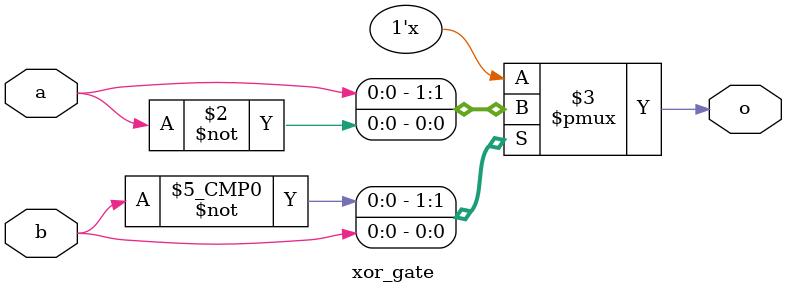
<source format=v>
module xor_gate(
  input a,b,
  output reg o
);
    always @(*) begin
        case (b)
           1'b0 : o = a;
           1'b1 : o = ~a;
           endcase
        
    end
endmodule
</source>
